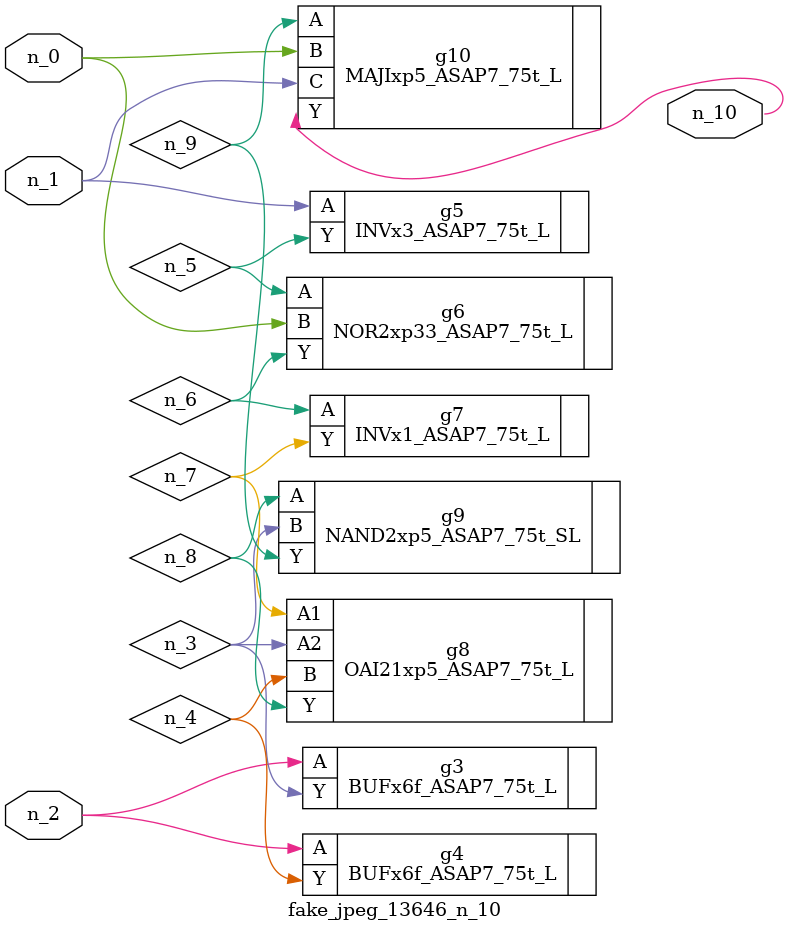
<source format=v>
module fake_jpeg_13646_n_10 (n_0, n_2, n_1, n_10);

input n_0;
input n_2;
input n_1;

output n_10;

wire n_3;
wire n_4;
wire n_8;
wire n_9;
wire n_6;
wire n_5;
wire n_7;

BUFx6f_ASAP7_75t_L g3 ( 
.A(n_2),
.Y(n_3)
);

BUFx6f_ASAP7_75t_L g4 ( 
.A(n_2),
.Y(n_4)
);

INVx3_ASAP7_75t_L g5 ( 
.A(n_1),
.Y(n_5)
);

NOR2xp33_ASAP7_75t_L g6 ( 
.A(n_5),
.B(n_0),
.Y(n_6)
);

INVx1_ASAP7_75t_L g7 ( 
.A(n_6),
.Y(n_7)
);

OAI21xp5_ASAP7_75t_L g8 ( 
.A1(n_7),
.A2(n_3),
.B(n_4),
.Y(n_8)
);

NAND2xp5_ASAP7_75t_SL g9 ( 
.A(n_8),
.B(n_3),
.Y(n_9)
);

MAJIxp5_ASAP7_75t_L g10 ( 
.A(n_9),
.B(n_0),
.C(n_1),
.Y(n_10)
);


endmodule
</source>
